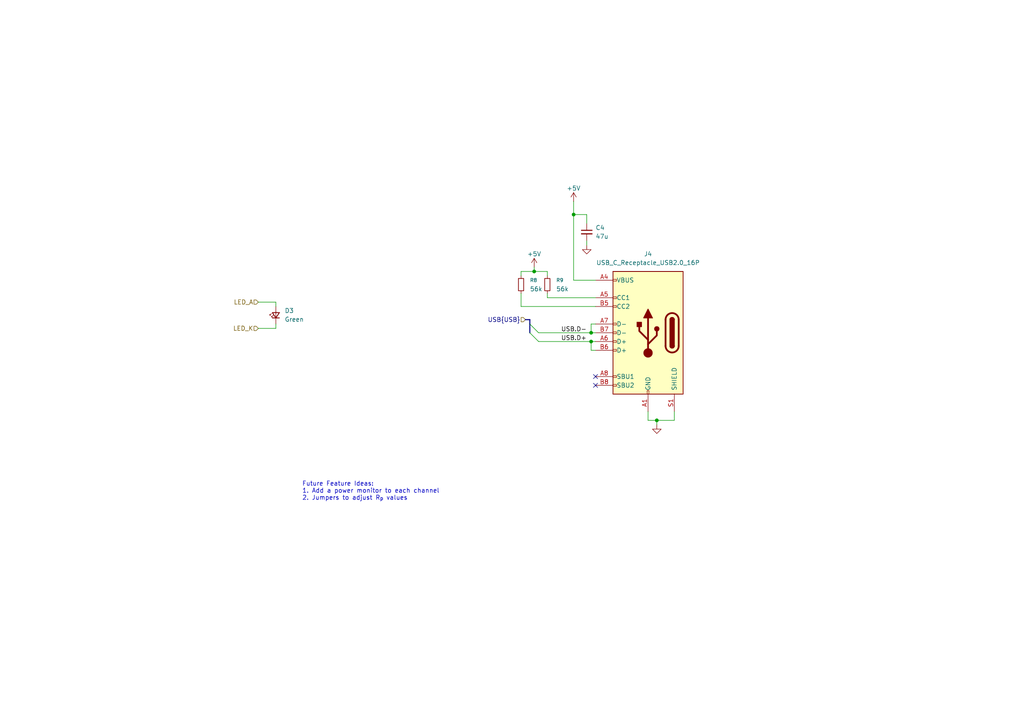
<source format=kicad_sch>
(kicad_sch (version 20250114) (generator "eeschema") (generator_version "9.0")
  (paper "A4")
  (lib_symbols
    (symbol "Connector:USB_C_Receptacle_USB2.0_16P" (pin_names (offset 1.016))
      (property "Reference" "J" (at 0 22.225 0))
      (property "Value" "USB_C_Receptacle_USB2.0_16P" (at 0 19.685 0))
      (symbol "USB_C_Receptacle_USB2.0_16P_0_0"
        (rectangle (start -0.254 -17.78) (end 0.254 -16.764))
        (rectangle (start 10.16 15.494) (end 9.144 14.986))
        (rectangle (start 10.16 10.414) (end 9.144 9.906))
        (rectangle (start 10.16 7.874) (end 9.144 7.366))
        (rectangle (start 10.16 2.794) (end 9.144 2.286))
        (rectangle (start 10.16 0.254) (end 9.144 -0.254))
        (rectangle (start 10.16 -2.286) (end 9.144 -2.794))
        (rectangle (start 10.16 -4.826) (end 9.144 -5.334))
        (rectangle (start 10.16 -12.446) (end 9.144 -12.954))
        (rectangle (start 10.16 -14.986) (end 9.144 -15.494))
      )
      (symbol "USB_C_Receptacle_USB2.0_16P_0_1"
        (rectangle (start -10.16 17.78) (end 10.16 -17.78) (stroke (width 0.254)) (fill (type background)))
        (polyline (pts (xy -8.89 -3.81) (xy -8.89 3.81)) (stroke (width 0.508)))
        (rectangle (start -7.62 -3.81) (end -6.35 3.81) (stroke (width 0.254)) (fill (type outline)))
        (arc (start -7.62 3.81) (mid -6.985 4.4423) (end -6.35 3.81) (stroke (width 0.254)))
        (arc (start -7.62 3.81) (mid -6.985 4.4423) (end -6.35 3.81) (stroke (width 0.254)) (fill (type outline)))
        (arc (start -8.89 3.81) (mid -6.985 5.7067) (end -5.08 3.81) (stroke (width 0.508)))
        (arc (start -5.08 -3.81) (mid -6.985 -5.7067) (end -8.89 -3.81) (stroke (width 0.508)))
        (arc (start -6.35 -3.81) (mid -6.985 -4.4423) (end -7.62 -3.81) (stroke (width 0.254)))
        (arc (start -6.35 -3.81) (mid -6.985 -4.4423) (end -7.62 -3.81) (stroke (width 0.254)) (fill (type outline)))
        (polyline (pts (xy -5.08 3.81) (xy -5.08 -3.81)) (stroke (width 0.508)))
        (circle (center -2.54 1.143) (radius 0.635) (stroke (width 0.254)) (fill (type outline)))
        (polyline (pts (xy -1.27 4.318) (xy 0 6.858) (xy 1.27 4.318) (xy -1.27 4.318)) (stroke (width 0.254)) (fill (type outline)))
        (polyline (pts (xy 0 -2.032) (xy 2.54 0.508) (xy 2.54 1.778)) (stroke (width 0.508)))
        (polyline (pts (xy 0 -3.302) (xy -2.54 -0.762) (xy -2.54 0.508)) (stroke (width 0.508)))
        (polyline (pts (xy 0 -5.842) (xy 0 4.318)) (stroke (width 0.508)))
        (circle (center 0 -5.842) (radius 1.27) (fill (type outline)))
        (rectangle (start 1.905 1.778) (end 3.175 3.048) (stroke (width 0.254)) (fill (type outline)))
      )
      (symbol "USB_C_Receptacle_USB2.0_16P_1_1"
        (pin passive line (at -7.62 -22.86 90) (length 5.08) (name "SHIELD") (number "S1"))
        (pin passive line (at 0 -22.86 90) (length 5.08) (name "GND") (number "A1"))
        (pin passive line (at 0 -22.86 90) (length 5.08) (hide yes) (name "GND") (number "A12"))
        (pin passive line (at 0 -22.86 90) (length 5.08) (hide yes) (name "GND") (number "B1"))
        (pin passive line (at 0 -22.86 90) (length 5.08) (hide yes) (name "GND") (number "B12"))
        (pin passive line (at 15.24 15.24 180) (length 5.08) (name "VBUS") (number "A4"))
        (pin passive line (at 15.24 15.24 180) (length 5.08) (hide yes) (name "VBUS") (number "A9"))
        (pin passive line (at 15.24 15.24 180) (length 5.08) (hide yes) (name "VBUS") (number "B4"))
        (pin passive line (at 15.24 15.24 180) (length 5.08) (hide yes) (name "VBUS") (number "B9"))
        (pin bidirectional line (at 15.24 10.16 180) (length 5.08) (name "CC1") (number "A5"))
        (pin bidirectional line (at 15.24 7.62 180) (length 5.08) (name "CC2") (number "B5"))
        (pin bidirectional line (at 15.24 2.54 180) (length 5.08) (name "D-") (number "A7"))
        (pin bidirectional line (at 15.24 0 180) (length 5.08) (name "D-") (number "B7"))
        (pin bidirectional line (at 15.24 -2.54 180) (length 5.08) (name "D+") (number "A6"))
        (pin bidirectional line (at 15.24 -5.08 180) (length 5.08) (name "D+") (number "B6"))
        (pin bidirectional line (at 15.24 -12.7 180) (length 5.08) (name "SBU1") (number "A8"))
        (pin bidirectional line (at 15.24 -15.24 180) (length 5.08) (name "SBU2") (number "B8"))
      )
    )
    (symbol "Device:C_Small" (pin_numbers (hide yes)) (pin_names (offset 0.254) (hide yes))
      (property "Reference" "C" (at 0.254 1.778 0))
      (property "Value" "C_Small" (at 0.254 -2.032 0))
      (symbol "C_Small_0_1"
        (polyline (pts (xy -1.524 0.508) (xy 1.524 0.508)) (stroke (width 0.3048)))
        (polyline (pts (xy -1.524 -0.508) (xy 1.524 -0.508)) (stroke (width 0.3302)))
      )
      (symbol "C_Small_1_1"
        (pin passive line (at 0 2.54 270) (length 2.032) (name "~") (number "1"))
        (pin passive line (at 0 -2.54 90) (length 2.032) (name "~") (number "2"))
      )
    )
    (symbol "Device:LED_Small" (pin_numbers (hide yes)) (pin_names (offset 0.254) (hide yes))
      (property "Reference" "D" (at -1.27 3.175 0))
      (property "Value" "LED_Small" (at -4.445 -2.54 0))
      (symbol "LED_Small_0_1"
        (polyline (pts (xy -0.762 -1.016) (xy -0.762 1.016)) (stroke (width 0.254)))
        (polyline (pts (xy 0 0.762) (xy -0.508 1.27) (xy -0.254 1.27) (xy -0.508 1.27) (xy -0.508 1.016)))
        (polyline (pts (xy 0.508 1.27) (xy 0 1.778) (xy 0.254 1.778) (xy 0 1.778) (xy 0 1.524)))
        (polyline (pts (xy 0.762 -1.016) (xy -0.762 0) (xy 0.762 1.016) (xy 0.762 -1.016)) (stroke (width 0.254)))
        (polyline (pts (xy 1.016 0) (xy -0.762 0)))
      )
      (symbol "LED_Small_1_1"
        (pin passive line (at -2.54 0 0) (length 1.778) (name "K") (number "1"))
        (pin passive line (at 2.54 0 180) (length 1.778) (name "A") (number "2"))
      )
    )
    (symbol "Device:R_Small" (pin_numbers (hide yes)) (pin_names (offset 0.254) (hide yes))
      (property "Reference" "R" (at 0 0 90))
      (property "Value" "R_Small" (at 1.778 0 90))
      (symbol "R_Small_0_1"
        (rectangle (start -0.762 1.778) (end 0.762 -1.778) (stroke (width 0.2032)))
      )
      (symbol "R_Small_1_1"
        (pin passive line (at 0 2.54 270) (length 0.762) (name "~") (number "1"))
        (pin passive line (at 0 -2.54 90) (length 0.762) (name "~") (number "2"))
      )
    )
    (symbol "power:+5V" (power) (pin_numbers (hide yes)) (pin_names (offset 0) (hide yes))
      (property "Value" "+5V" (at 0 3.556 0))
      (symbol "+5V_0_1"
        (polyline (pts (xy -0.762 1.27) (xy 0 2.54)))
        (polyline (pts (xy 0 2.54) (xy 0.762 1.27)))
        (polyline (pts (xy 0 0) (xy 0 2.54)))
      )
      (symbol "+5V_1_1"
        (pin power_in line (at 0 0 90) (length 0) (name "~") (number "1"))
      )
    )
    (symbol "power:GND" (power) (pin_numbers (hide yes)) (pin_names (offset 0) (hide yes))
      (property "Value" "GND" (at 0 -3.81 0))
      (symbol "GND_0_1"
        (polyline (pts (xy 0 0) (xy 0 -1.27) (xy 1.27 -1.27) (xy 0 -2.54) (xy -1.27 -1.27) (xy 0 -1.27)))
      )
      (symbol "GND_1_1"
        (pin power_in line (at 0 0 270) (length 0) (name "~") (number "1"))
      )
    )
  )
  (text "Future Feature Ideas:\n1. Add a power monitor to each channel\n2. Jumpers to adjust R_{p} values\n" (at 87.63 139.7 0) (effects (font (size 1.27 1.27)) (justify left top)))
  (junction (at 190.5 121.92))
  (junction (at 171.45 99.06))
  (junction (at 154.94 78.74))
  (junction (at 166.37 62.23))
  (junction (at 171.45 96.52))
  (no_connect (at 172.72 109.22))
  (no_connect (at 172.72 111.76))
  (bus_entry (at 153.67 93.98) (size 2.54 2.54))
  (bus_entry (at 153.67 96.52) (size 2.54 2.54))
  (wire (pts (xy 171.45 93.98) (xy 171.45 96.52)))
  (wire (pts (xy 158.75 78.74) (xy 158.75 80.01)))
  (wire (pts (xy 187.96 121.92) (xy 190.5 121.92)))
  (wire (pts (xy 80.01 87.63) (xy 80.01 88.9)))
  (wire (pts (xy 166.37 62.23) (xy 166.37 81.28)))
  (wire (pts (xy 172.72 81.28) (xy 166.37 81.28)))
  (wire (pts (xy 171.45 99.06) (xy 156.21 99.06)))
  (wire (pts (xy 187.96 119.38) (xy 187.96 121.92)))
  (bus (pts (xy 153.67 93.98) (xy 153.67 92.71)))
  (wire (pts (xy 170.18 62.23) (xy 166.37 62.23)))
  (wire (pts (xy 158.75 86.36) (xy 172.72 86.36)))
  (wire (pts (xy 195.58 121.92) (xy 195.58 119.38)))
  (wire (pts (xy 80.01 95.25) (xy 74.93 95.25)))
  (wire (pts (xy 151.13 85.09) (xy 151.13 88.9)))
  (wire (pts (xy 80.01 93.98) (xy 80.01 95.25)))
  (wire (pts (xy 154.94 78.74) (xy 158.75 78.74)))
  (wire (pts (xy 170.18 69.85) (xy 170.18 71.12)))
  (wire (pts (xy 154.94 77.47) (xy 154.94 78.74)))
  (wire (pts (xy 151.13 88.9) (xy 172.72 88.9)))
  (wire (pts (xy 171.45 99.06) (xy 171.45 101.6)))
  (wire (pts (xy 166.37 58.42) (xy 166.37 62.23)))
  (bus (pts (xy 153.67 93.98) (xy 153.67 96.52)))
  (wire (pts (xy 172.72 93.98) (xy 171.45 93.98)))
  (wire (pts (xy 172.72 101.6) (xy 171.45 101.6)))
  (wire (pts (xy 171.45 96.52) (xy 156.21 96.52)))
  (wire (pts (xy 172.72 99.06) (xy 171.45 99.06)))
  (wire (pts (xy 74.93 87.63) (xy 80.01 87.63)))
  (wire (pts (xy 170.18 64.77) (xy 170.18 62.23)))
  (wire (pts (xy 158.75 85.09) (xy 158.75 86.36)))
  (wire (pts (xy 190.5 121.92) (xy 190.5 123.19)))
  (wire (pts (xy 151.13 80.01) (xy 151.13 78.74)))
  (wire (pts (xy 172.72 96.52) (xy 171.45 96.52)))
  (bus (pts (xy 153.67 92.71) (xy 152.4 92.71)))
  (wire (pts (xy 190.5 121.92) (xy 195.58 121.92)))
  (wire (pts (xy 151.13 78.74) (xy 154.94 78.74)))
  (label "USB.D+" (at 170.18 99.06 180))
  (label "USB.D-" (at 170.18 96.52 180))
  (hierarchical_label "LED_A" (shape input) (at 74.93 87.63 180))
  (hierarchical_label "USB{USB}" (shape input) (at 152.4 92.71 180))
  (hierarchical_label "LED_K" (shape input) (at 74.93 95.25 180))
  (symbol (lib_id "power:GND") (at 170.18 71.12 0) (unit 1)
    (property "Reference" "#PWR017" (effects (hide yes)))
    (property "Value" "GND" (effects (hide yes)))
    (property "Description" "Power symbol creates a global label with name \"GND\" , ground" (effects (hide yes)))
    (instances (project "Gridfinity-USB-hub" (path "" (reference "#PWR021") (unit 1)) (path "" (reference "#PWR029") (unit 1)) (path "" (reference "#PWR025") (unit 1)) (path "" (reference "#PWR017") (unit 1))))
  )
  (symbol (lib_id "Device:R_Small") (at 151.13 82.55 0) (unit 1)
    (property "Reference" "R6" (at 153.67 81.2799 0) (effects (font (size 1.016 1.016)) (justify left)))
    (property "Value" "56k" (at 153.67 83.8199 0) (effects (justify left)))
    (property "Footprint" "Resistor_SMD:R_0402_1005Metric" (effects (hide yes)))
    (property "Description" "Resistor, small symbol" (effects (hide yes)))
    (property "JLCPCB Part No." "C25796" (effects (hide yes)))
    (instances (project "Gridfinity-USB-hub" (path "" (reference "R8") (unit 1)) (path "" (reference "R12") (unit 1)) (path "" (reference "R10") (unit 1)) (path "" (reference "R6") (unit 1))))
  )
  (symbol (lib_id "Device:C_Small") (at 170.18 67.31 0) (unit 1)
    (property "Reference" "C3" (at 172.72 66.0462 0) (effects (justify left)))
    (property "Value" "47u" (at 172.72 68.5862 0) (effects (justify left)))
    (property "Footprint" "Capacitor_SMD:C_1206_3216Metric" (effects (hide yes)))
    (property "Description" "Unpolarized capacitor, small symbol" (effects (hide yes)))
    (property "JLCPCB Part No." "C385907" (effects (hide yes)))
    (property "MPN" "EMK316BBJ476ML-T" (effects (hide yes)))
    (instances (project "Gridfinity-USB-hub" (path "" (reference "C4") (unit 1)) (path "" (reference "C6") (unit 1)) (path "" (reference "C5") (unit 1)) (path "" (reference "C3") (unit 1))))
  )
  (symbol (lib_id "Device:LED_Small") (at 80.01 91.44 90) (unit 1)
    (property "Reference" "D2" (at 82.55 90.1064 90) (effects (justify right)))
    (property "Value" "Green" (at 82.55 92.6464 90) (effects (justify right)))
    (property "Footprint" "LED_SMD:LED_0603_1608Metric" (effects (hide yes)))
    (property "Description" "Light emitting diode, small symbol" (effects (hide yes)))
    (property "Sim.Pin" "1=K 2=A" (effects (hide yes)))
    (property "MPN" "XL-1608SURC-06" (effects (hide yes)))
    (property "JLCPCB Part No." "C965799" (effects (hide yes)))
    (instances (project "Gridfinity-USB-hub" (path "" (reference "D3") (unit 1)) (path "" (reference "D5") (unit 1)) (path "" (reference "D4") (unit 1)) (path "" (reference "D2") (unit 1))))
  )
  (symbol (lib_id "power:+5V") (at 154.94 77.47 0) (unit 1)
    (property "Reference" "#PWR015" (effects (hide yes)))
    (property "Value" "+5V" (at 154.94 73.66 0))
    (property "Description" "Power symbol creates a global label with name \"+5V\"" (effects (hide yes)))
    (instances (project "Gridfinity-USB-hub" (path "" (reference "#PWR019") (unit 1)) (path "" (reference "#PWR027") (unit 1)) (path "" (reference "#PWR023") (unit 1)) (path "" (reference "#PWR015") (unit 1))))
  )
  (symbol (lib_id "power:+5V") (at 166.37 58.42 0) (unit 1)
    (property "Reference" "#PWR016" (effects (hide yes)))
    (property "Value" "+5V" (at 166.37 54.61 0))
    (property "Description" "Power symbol creates a global label with name \"+5V\"" (effects (hide yes)))
    (instances (project "Gridfinity-USB-hub" (path "" (reference "#PWR020") (unit 1)) (path "" (reference "#PWR028") (unit 1)) (path "" (reference "#PWR024") (unit 1)) (path "" (reference "#PWR016") (unit 1))))
  )
  (symbol (lib_id "Device:R_Small") (at 158.75 82.55 0) (unit 1)
    (property "Reference" "R7" (at 161.29 81.2799 0) (effects (font (size 1.016 1.016)) (justify left)))
    (property "Value" "56k" (at 161.29 83.8199 0) (effects (justify left)))
    (property "Footprint" "Resistor_SMD:R_0402_1005Metric" (effects (hide yes)))
    (property "Description" "Resistor, small symbol" (effects (hide yes)))
    (property "JLCPCB Part No." "C25796" (effects (hide yes)))
    (instances (project "Gridfinity-USB-hub" (path "" (reference "R9") (unit 1)) (path "" (reference "R13") (unit 1)) (path "" (reference "R11") (unit 1)) (path "" (reference "R7") (unit 1))))
  )
  (symbol (lib_id "Connector:USB_C_Receptacle_USB2.0_16P") (at 187.96 96.52 0) (mirror y) (unit 1)
    (property "Reference" "J3" (at 187.96 73.66 0))
    (property "Value" "USB_C_Receptacle_USB2.0_16P" (at 187.96 76.2 0))
    (property "Footprint" "Connector_USB:USB_C_Receptacle_G-Switch_GT-USB-7051x" (effects (hide yes)))
    (property "Datasheet" "https://www.usb.org/sites/default/files/documents/usb_type-c.zip" (effects (hide yes)))
    (property "Description" "USB 2.0-only 16P Type-C Receptacle connector" (effects (hide yes)))
    (property "MPN" "GT-USB-7051A" (effects (hide yes)))
    (property "JLCPCB Part No." "C2843970" (effects (hide yes)))
    (instances (project "Gridfinity-USB-hub" (path "" (reference "J4") (unit 1)) (path "" (reference "J6") (unit 1)) (path "" (reference "J5") (unit 1)) (path "" (reference "J3") (unit 1))))
  )
  (symbol (lib_id "power:GND") (at 190.5 123.19 0) (unit 1)
    (property "Reference" "#PWR018" (effects (hide yes)))
    (property "Value" "GND" (effects (hide yes)))
    (property "Description" "Power symbol creates a global label with name \"GND\" , ground" (effects (hide yes)))
    (instances (project "Gridfinity-USB-hub" (path "" (reference "#PWR022") (unit 1)) (path "" (reference "#PWR030") (unit 1)) (path "" (reference "#PWR026") (unit 1)) (path "" (reference "#PWR018") (unit 1))))
  )
)
</source>
